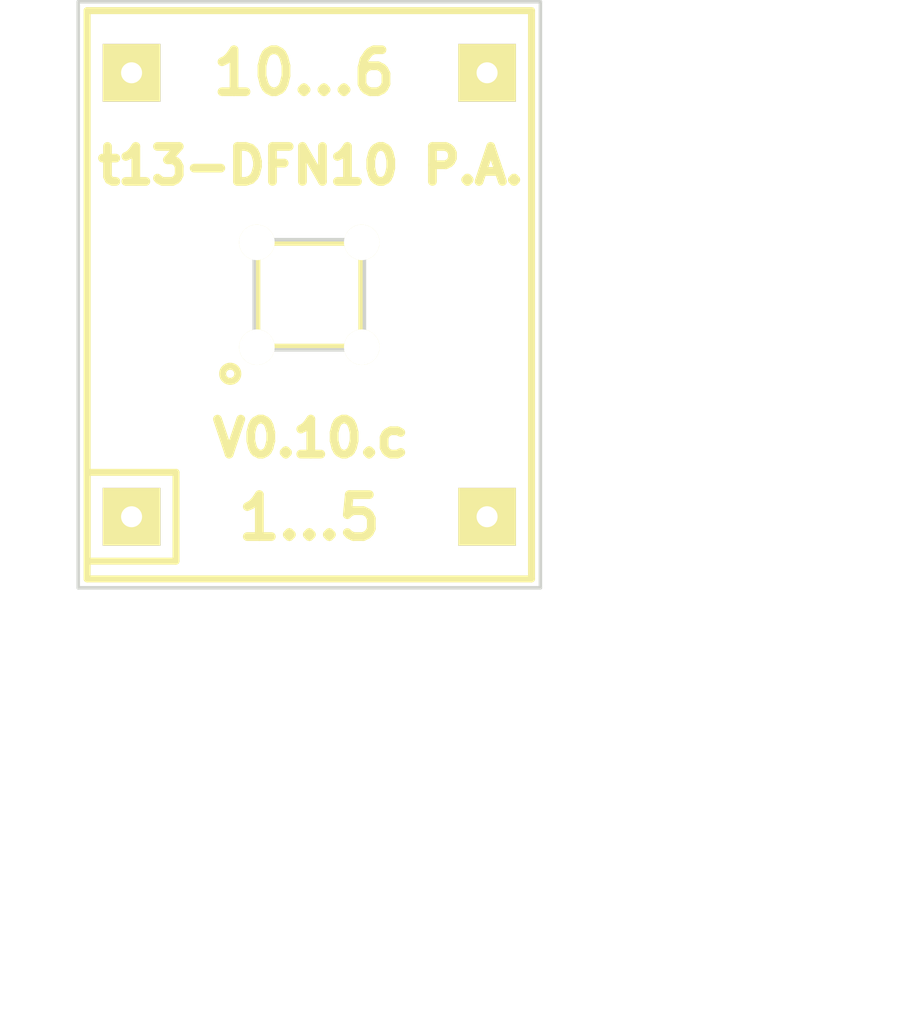
<source format=kicad_pcb>
(kicad_pcb (version 3) (host pcbnew "(2014-04-04 BZR 4786)-product")

  (general
    (links 0)
    (no_connects 0)
    (area 153.67 92.0148 179.722388 122.38)
    (thickness 1.6)
    (drawings 23)
    (tracks 0)
    (zones 0)
    (modules 9)
    (nets 1)
  )

  (page A4)
  (title_block
    (title "ATtiny13 DFN10 programming adapter - alignment board")
    (date "17 Mar 2014")
    (rev 0.10.b)
    (company "2014 - blog.spitzenpfeil.org")
  )

  (layers
    (15 F.Cu signal)
    (0 B.Cu signal)
    (20 B.SilkS user)
    (21 F.SilkS user hide)
    (22 B.Mask user)
    (23 F.Mask user)
    (26 Eco1.User user)
    (28 Edge.Cuts user)
  )

  (setup
    (last_trace_width 0.254)
    (trace_clearance 0.2032)
    (zone_clearance 0.508)
    (zone_45_only no)
    (trace_min 0.254)
    (segment_width 0.1)
    (edge_width 0.1)
    (via_size 0.889)
    (via_drill 0.508)
    (via_min_size 0.889)
    (via_min_drill 0.508)
    (uvia_size 0.508)
    (uvia_drill 0.127)
    (uvias_allowed no)
    (uvia_min_size 0.508)
    (uvia_min_drill 0.127)
    (pcb_text_width 0.3)
    (pcb_text_size 1.5 1.5)
    (mod_edge_width 0.2)
    (mod_text_size 1 1)
    (mod_text_width 0.15)
    (pad_size 1.016 1.016)
    (pad_drill 1.016)
    (pad_to_mask_clearance 0)
    (aux_axis_origin 0 0)
    (visible_elements FFFFFF7F)
    (pcbplotparams
      (layerselection 351305729)
      (usegerberextensions true)
      (excludeedgelayer true)
      (linewidth 0.150000)
      (plotframeref false)
      (viasonmask false)
      (mode 1)
      (useauxorigin false)
      (hpglpennumber 1)
      (hpglpenspeed 20)
      (hpglpendiameter 15)
      (hpglpenoverlay 2)
      (psnegative false)
      (psa4output false)
      (plotreference true)
      (plotvalue true)
      (plotothertext true)
      (plotinvisibletext false)
      (padsonsilk false)
      (subtractmaskfromsilk true)
      (outputformat 1)
      (mirror false)
      (drillshape 0)
      (scaleselection 1)
      (outputdirectory gerber_files/))
  )

  (net 0 "")

  (net_class Default "This is the default net class."
    (clearance 0.2032)
    (trace_width 0.254)
    (via_dia 0.889)
    (via_drill 0.508)
    (uvia_dia 0.508)
    (uvia_drill 0.127)
  )

  (module my_parts:MADW__SIL-1 (layer F.Cu) (tedit 53272EA1) (tstamp 53270B35)
    (at 167.64 107.95)
    (descr "Connecteurs 2 pins")
    (tags "CONN DEV")
    (fp_text reference P? (at 0 -2.032) (layer F.SilkS) hide
      (effects (font (size 1 1) (thickness 0.2)))
    )
    (fp_text value VAL** (at 0 2.286) (layer F.SilkS) hide
      (effects (font (size 1 1) (thickness 0.2)))
    )
    (pad 1 thru_hole rect (at 0 0) (size 1.65 1.65) (drill 0.6) (layers *.Cu *.Mask F.SilkS))
  )

  (module my_parts:MADW__SIL-1 (layer F.Cu) (tedit 53272E9C) (tstamp 53270B25)
    (at 167.64 95.25)
    (descr "Connecteurs 2 pins")
    (tags "CONN DEV")
    (fp_text reference P? (at 0 -2.032) (layer F.SilkS) hide
      (effects (font (size 1 1) (thickness 0.2)))
    )
    (fp_text value VAL** (at 0 2.286) (layer F.SilkS) hide
      (effects (font (size 1 1) (thickness 0.2)))
    )
    (pad 1 thru_hole rect (at 0 0) (size 1.65 1.65) (drill 0.6) (layers *.Cu *.Mask F.SilkS))
  )

  (module my_parts:MADW__SIL-1 (layer F.Cu) (tedit 53272E97) (tstamp 53270B1D)
    (at 157.48 95.25)
    (descr "Connecteurs 2 pins")
    (tags "CONN DEV")
    (fp_text reference P? (at 0 -2.032) (layer F.SilkS) hide
      (effects (font (size 1 1) (thickness 0.2)))
    )
    (fp_text value VAL** (at 0 2.286) (layer F.SilkS) hide
      (effects (font (size 1 1) (thickness 0.2)))
    )
    (pad 1 thru_hole rect (at 0 0) (size 1.65 1.65) (drill 0.6) (layers *.Cu *.Mask F.SilkS))
  )

  (module my_parts:MADW__SIL-1 (layer F.Cu) (tedit 5340B01D) (tstamp 53270EE7)
    (at 161.0614 103.0986)
    (descr "Connecteurs 2 pins")
    (tags "CONN DEV")
    (fp_text reference P? (at 0 -2.032) (layer F.SilkS) hide
      (effects (font (size 1 1) (thickness 0.2)))
    )
    (fp_text value VAL** (at 0 2.286) (layer F.SilkS) hide
      (effects (font (size 1 1) (thickness 0.2)))
    )
    (pad "" np_thru_hole circle (at 0 0) (size 1.016 1.016) (drill 1.016) (layers *.Cu *.Mask F.SilkS))
  )

  (module my_parts:MADW__SIL-1 (layer F.Cu) (tedit 5340B016) (tstamp 53270EE3)
    (at 164.0586 103.0986)
    (descr "Connecteurs 2 pins")
    (tags "CONN DEV")
    (fp_text reference P? (at 0 -2.032) (layer F.SilkS) hide
      (effects (font (size 1 1) (thickness 0.2)))
    )
    (fp_text value VAL** (at 0 2.286) (layer F.SilkS) hide
      (effects (font (size 1 1) (thickness 0.2)))
    )
    (pad "" np_thru_hole circle (at 0 0) (size 1.016 1.016) (drill 1.016) (layers *.Cu *.Mask F.SilkS))
  )

  (module my_parts:MADW__SIL-1 (layer F.Cu) (tedit 5340B006) (tstamp 53270EDF)
    (at 164.0586 100.1014)
    (descr "Connecteurs 2 pins")
    (tags "CONN DEV")
    (fp_text reference P? (at 0 -2.032) (layer F.SilkS) hide
      (effects (font (size 1 1) (thickness 0.2)))
    )
    (fp_text value VAL** (at 0 2.286) (layer F.SilkS) hide
      (effects (font (size 1 1) (thickness 0.2)))
    )
    (pad "" np_thru_hole circle (at 0 0) (size 1.016 1.016) (drill 1.016) (layers *.Cu *.Mask F.SilkS))
  )

  (module my_parts:MADW__SIL-1 (layer F.Cu) (tedit 5340AFEB) (tstamp 53270E17)
    (at 161.0614 100.1014)
    (descr "Connecteurs 2 pins")
    (tags "CONN DEV")
    (fp_text reference P? (at 0 -2.032) (layer F.SilkS) hide
      (effects (font (size 1 1) (thickness 0.2)))
    )
    (fp_text value VAL** (at 0 2.286) (layer F.SilkS) hide
      (effects (font (size 1 1) (thickness 0.2)))
    )
    (pad "" np_thru_hole circle (at 0 0) (size 1.016 1.016) (drill 1.016) (layers *.Cu *.Mask F.SilkS))
  )

  (module my_parts:MADW__MLF10 (layer F.Cu) (tedit 53270302) (tstamp 53270B07)
    (at 162.56 101.6 90)
    (path /5326F946)
    (attr smd)
    (fp_text reference P3 (at 0 -2.9 90) (layer F.SilkS) hide
      (effects (font (size 1 1) (thickness 0.2)))
    )
    (fp_text value DFN10 (at 0 3.3 90) (layer F.SilkS) hide
      (effects (font (size 1 1) (thickness 0.2)))
    )
    (fp_line (start -1.5 -1.5) (end 1.5 -1.5) (layer F.SilkS) (width 0.2))
    (fp_line (start 1.5 -1.5) (end 1.5 1.5) (layer F.SilkS) (width 0.2))
    (fp_line (start 1.5 1.5) (end -1.5 1.5) (layer F.SilkS) (width 0.2))
    (fp_line (start -1.5 1.5) (end -1.5 -1.5) (layer F.SilkS) (width 0.2))
  )

  (module my_parts:MADW__SIL-1 (layer F.Cu) (tedit 53272EA6) (tstamp 53270B2D)
    (at 157.48 107.95)
    (descr "Connecteurs 2 pins")
    (tags "CONN DEV")
    (fp_text reference P? (at 0 -2.032) (layer F.SilkS) hide
      (effects (font (size 1 1) (thickness 0.2)))
    )
    (fp_text value VAL** (at 0 2.286) (layer F.SilkS) hide
      (effects (font (size 1 1) (thickness 0.2)))
    )
    (fp_line (start -1.27 1.27) (end 1.27 1.27) (layer F.SilkS) (width 0.2))
    (fp_line (start -1.27 -1.27) (end 1.27 -1.27) (layer F.SilkS) (width 0.2))
    (fp_line (start 1.27 -1.27) (end 1.27 1.27) (layer F.SilkS) (width 0.2))
    (fp_line (start -1.27 1.27) (end -1.27 -1.27) (layer F.SilkS) (width 0.2))
    (pad 1 thru_hole rect (at 0 0) (size 1.65 1.65) (drill 0.6) (layers *.Cu *.Mask F.SilkS))
  )
  (gr_line (start 161.485 103.175) (end 163.635 103.175) (angle 90) (layer Edge.Cuts) (width 0.1))
  (gr_line (start 160.985 100.525) (end 160.985 102.675) (angle 90) (layer Edge.Cuts) (width 0.1))
  (gr_line (start 163.635 100.025) (end 161.485 100.025) (angle 90) (layer Edge.Cuts) (width 0.1))
  (gr_line (start 164.135 102.675) (end 164.135 100.525) (angle 90) (layer Edge.Cuts) (width 0.1))
  (gr_arc (start 163.635 102.675) (end 164.135 102.675) (angle 90) (layer Edge.Cuts) (width 0.1))
  (gr_arc (start 161.485 102.675) (end 161.485 103.175) (angle 90) (layer Edge.Cuts) (width 0.1))
  (gr_arc (start 161.485 100.525) (end 160.985 100.525) (angle 90) (layer Edge.Cuts) (width 0.1))
  (gr_arc (start 163.635 100.525) (end 163.635 100.025) (angle 90) (layer Edge.Cuts) (width 0.1))
  (gr_line (start 161.485 103.175) (end 163.635 103.175) (angle 90) (layer Eco1.User) (width 0.1))
  (gr_line (start 160.985 100.525) (end 160.985 102.675) (angle 90) (layer Eco1.User) (width 0.1))
  (gr_line (start 163.635 100.025) (end 161.485 100.025) (angle 90) (layer Eco1.User) (width 0.1))
  (gr_line (start 164.135 102.675) (end 164.135 100.525) (angle 90) (layer Eco1.User) (width 0.1))
  (gr_arc (start 163.635 102.675) (end 164.135 102.675) (angle 90) (layer Eco1.User) (width 0.1))
  (gr_arc (start 161.485 102.675) (end 161.485 103.175) (angle 90) (layer Eco1.User) (width 0.1))
  (gr_arc (start 161.485 100.525) (end 160.985 100.525) (angle 90) (layer Eco1.User) (width 0.1))
  (gr_arc (start 163.635 100.525) (end 163.635 100.025) (angle 90) (layer Eco1.User) (width 0.1))
  (dimension 3.15 (width 0.1) (layer Eco1.User)
    (gr_text "3.150 mm" (at 162.71 117.295) (layer Eco1.User)
      (effects (font (size 1 1) (thickness 0.1)))
    )
    (feature1 (pts (xy 164.135 103.325) (xy 164.135 116.135)))
    (feature2 (pts (xy 160.985 103.325) (xy 160.985 116.135)))
    (crossbar (pts (xy 160.985 113.435) (xy 164.135 113.435)))
    (arrow1a (pts (xy 164.135 113.435) (xy 163.008496 114.021421)))
    (arrow1b (pts (xy 164.135 113.435) (xy 163.008496 112.848579)))
    (arrow2a (pts (xy 160.985 113.435) (xy 162.111504 114.021421)))
    (arrow2b (pts (xy 160.985 113.435) (xy 162.111504 112.848579)))
  )
  (gr_text "* routing bit: 1.00mm\n* routed out to center of the line" (at 153.72 120.88) (layer Eco1.User)
    (effects (font (size 1 1) (thickness 0.1)) (justify left))
  )
  (gr_text V0.10.c (at 162.602 105.708) (layer F.SilkS)
    (effects (font (size 1 1) (thickness 0.25)))
  )
  (gr_text 10...6 (at 162.4076 95.25) (layer F.SilkS) (tstamp 532714B7)
    (effects (font (size 1.2 1.2) (thickness 0.25)))
  )
  (gr_text 1...5 (at 162.56 107.9754) (layer F.SilkS)
    (effects (font (size 1.2 1.2) (thickness 0.25)))
  )
  (gr_circle (center 160.2994 103.8606) (end 160.5026 103.9368) (layer F.SilkS) (width 0.2))
  (gr_line (start 155.956 109.982) (end 155.956 93.218) (angle 90) (layer Edge.Cuts) (width 0.1))
  (gr_line (start 169.164 109.982) (end 155.956 109.982) (angle 90) (layer Edge.Cuts) (width 0.1))
  (gr_line (start 169.164 93.218) (end 169.164 109.982) (angle 90) (layer Edge.Cuts) (width 0.1))
  (gr_line (start 155.956 93.218) (end 169.164 93.218) (angle 90) (layer Edge.Cuts) (width 0.1))
  (gr_text "t13-DFN10 P.A." (at 162.602 97.908) (layer F.SilkS)
    (effects (font (size 1 1) (thickness 0.25)))
  )
  (gr_line (start 156.21 93.472) (end 168.91 93.472) (angle 90) (layer F.SilkS) (width 0.2) (tstamp 53270B50))
  (gr_line (start 168.91 93.472) (end 168.91 109.728) (angle 90) (layer F.SilkS) (width 0.2) (tstamp 53270B4F))
  (gr_line (start 168.91 109.728) (end 156.21 109.728) (angle 90) (layer F.SilkS) (width 0.2) (tstamp 53270B4E))
  (gr_line (start 156.21 109.728) (end 156.21 93.472) (angle 90) (layer F.SilkS) (width 0.2) (tstamp 53270B4D))

)

</source>
